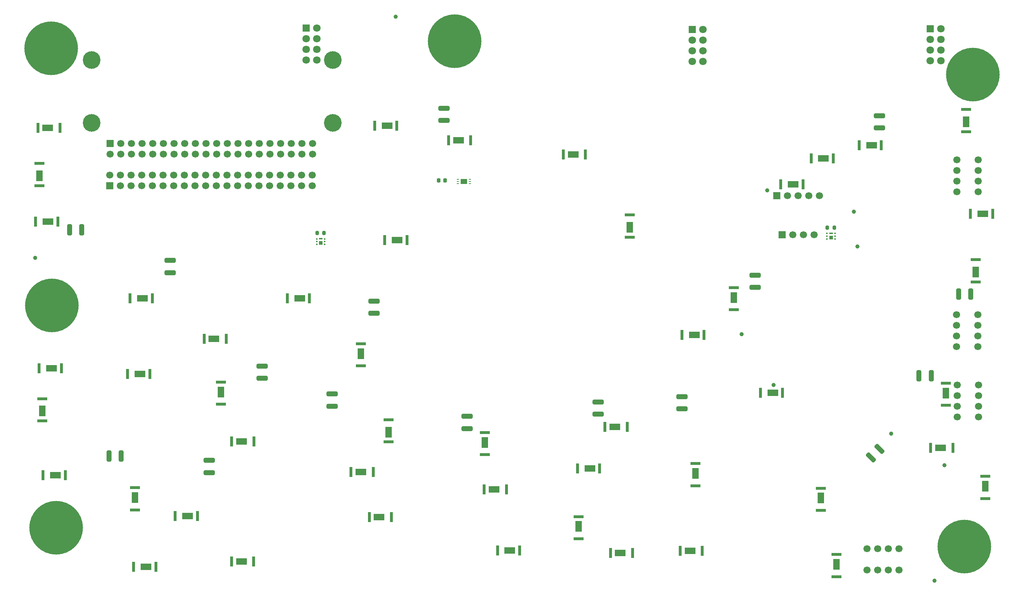
<source format=gbr>
%TF.GenerationSoftware,KiCad,Pcbnew,9.0.2*%
%TF.CreationDate,2025-09-02T22:06:00-05:00*%
%TF.ProjectId,MothBox,4d6f7468-426f-4782-9e6b-696361645f70,5.0.1*%
%TF.SameCoordinates,Original*%
%TF.FileFunction,Soldermask,Top*%
%TF.FilePolarity,Negative*%
%FSLAX46Y46*%
G04 Gerber Fmt 4.6, Leading zero omitted, Abs format (unit mm)*
G04 Created by KiCad (PCBNEW 9.0.2) date 2025-09-02 22:06:00*
%MOMM*%
%LPD*%
G01*
G04 APERTURE LIST*
G04 Aperture macros list*
%AMRoundRect*
0 Rectangle with rounded corners*
0 $1 Rounding radius*
0 $2 $3 $4 $5 $6 $7 $8 $9 X,Y pos of 4 corners*
0 Add a 4 corners polygon primitive as box body*
4,1,4,$2,$3,$4,$5,$6,$7,$8,$9,$2,$3,0*
0 Add four circle primitives for the rounded corners*
1,1,$1+$1,$2,$3*
1,1,$1+$1,$4,$5*
1,1,$1+$1,$6,$7*
1,1,$1+$1,$8,$9*
0 Add four rect primitives between the rounded corners*
20,1,$1+$1,$2,$3,$4,$5,0*
20,1,$1+$1,$4,$5,$6,$7,0*
20,1,$1+$1,$6,$7,$8,$9,0*
20,1,$1+$1,$8,$9,$2,$3,0*%
G04 Aperture macros list end*
%ADD10R,0.510000X0.280000*%
%ADD11R,1.500000X1.200000*%
%ADD12RoundRect,0.225000X-0.225000X-0.250000X0.225000X-0.250000X0.225000X0.250000X-0.225000X0.250000X0*%
%ADD13R,2.630000X1.520000*%
%ADD14R,0.800000X2.400000*%
%ADD15C,1.800000*%
%ADD16R,1.800000X1.780000*%
%ADD17RoundRect,0.250000X-1.075000X0.312500X-1.075000X-0.312500X1.075000X-0.312500X1.075000X0.312500X0*%
%ADD18R,1.700000X1.700000*%
%ADD19C,1.700000*%
%ADD20R,2.400000X0.800000*%
%ADD21R,1.520000X2.630000*%
%ADD22C,1.000000*%
%ADD23RoundRect,0.250000X-0.539169X0.981111X-0.981111X0.539169X0.539169X-0.981111X0.981111X-0.539169X0*%
%ADD24R,0.450000X0.400000*%
%ADD25R,0.910000X0.400000*%
%ADD26R,0.910000X0.810000*%
%ADD27C,12.800000*%
%ADD28RoundRect,0.250000X-0.312500X-1.075000X0.312500X-1.075000X0.312500X1.075000X-0.312500X1.075000X0*%
%ADD29RoundRect,0.250000X0.312500X1.075000X-0.312500X1.075000X-0.312500X-1.075000X0.312500X-1.075000X0*%
%ADD30RoundRect,0.250000X1.075000X-0.312500X1.075000X0.312500X-1.075000X0.312500X-1.075000X-0.312500X0*%
%ADD31RoundRect,0.200000X0.200000X0.275000X-0.200000X0.275000X-0.200000X-0.275000X0.200000X-0.275000X0*%
%ADD32C,4.204000*%
G04 APERTURE END LIST*
D10*
%TO.C,U17*%
X32270000Y-4715671D03*
X32270000Y-5215671D03*
X32270000Y-5715671D03*
X35130000Y-5715671D03*
X35130000Y-5215671D03*
X35130000Y-4715671D03*
D11*
X33700000Y-5215671D03*
%TD*%
D12*
%TO.C,C13*%
X27675000Y-4965671D03*
X29225000Y-4965671D03*
%TD*%
D13*
%TO.C,LED47*%
X-19300000Y-67215671D03*
D14*
X-21640000Y-67215671D03*
X-16360000Y-67215671D03*
%TD*%
D15*
%TO.C,H10*%
X90652741Y23341259D03*
X88112741Y23341259D03*
X90652741Y25881259D03*
X88112741Y25881259D03*
X90652741Y28421259D03*
X88112741Y28421259D03*
X90652741Y30961259D03*
D16*
X88112741Y30961259D03*
%TD*%
D15*
%TO.C,H9*%
X-1328653Y23708822D03*
X-3868653Y23708822D03*
X-1328653Y26248822D03*
X-3868653Y26248822D03*
X-1328653Y28788822D03*
X-3868653Y28788822D03*
X-1328653Y31328822D03*
D16*
X-3868653Y31328822D03*
%TD*%
%TO.C,H8*%
X144905704Y31194664D03*
D15*
X147445704Y31194664D03*
X144905704Y28654664D03*
X147445704Y28654664D03*
X144905704Y26114664D03*
X147445704Y26114664D03*
X144905704Y23574664D03*
X147445704Y23574664D03*
%TD*%
D17*
%TO.C,R15*%
X-14400000Y-49253171D03*
X-14400000Y-52178171D03*
%TD*%
D14*
%TO.C,LED13*%
X12450000Y8084329D03*
X17730000Y8084329D03*
D13*
X15390000Y8084329D03*
%TD*%
D17*
%TO.C,R17*%
X-26959493Y-71736149D03*
X-26959493Y-74661149D03*
%TD*%
%TO.C,R22*%
X132811406Y10431357D03*
X132811406Y7506357D03*
%TD*%
%TO.C,R13*%
X34447683Y-61223559D03*
X34447683Y-64148559D03*
%TD*%
D18*
%TO.C,U5*%
X-50718039Y-6264401D03*
D19*
X-50718039Y-3724401D03*
X-48178039Y-6264401D03*
X-48178039Y-3724401D03*
X-45638040Y-6264401D03*
X-45638039Y-3724401D03*
X-43098039Y-6264401D03*
X-43098039Y-3724401D03*
X-40558039Y-6264401D03*
X-40558039Y-3724401D03*
X-38018039Y-6264401D03*
X-38018039Y-3724401D03*
X-35478039Y-6264401D03*
X-35478039Y-3724401D03*
X-32938038Y-6264401D03*
X-32938039Y-3724401D03*
X-30398039Y-6264401D03*
X-30398039Y-3724401D03*
X-27858039Y-6264401D03*
X-27858039Y-3724401D03*
X-25318039Y-6264401D03*
X-25318039Y-3724401D03*
X-22778040Y-6264401D03*
X-22778039Y-3724401D03*
X-20238039Y-6264401D03*
X-20238039Y-3724401D03*
X-17698039Y-6264401D03*
X-17698039Y-3724401D03*
X-15158039Y-6264401D03*
X-15158039Y-3724401D03*
X-12618040Y-6264401D03*
X-12618039Y-3724401D03*
X-10078038Y-6264401D03*
X-10078039Y-3724401D03*
X-7538039Y-6264401D03*
X-7538039Y-3724401D03*
X-4998039Y-6264401D03*
X-4998039Y-3724401D03*
X-2458039Y-6264401D03*
X-2458039Y-3724401D03*
%TD*%
D20*
%TO.C,LED9*%
X73242490Y-13236671D03*
X73242490Y-18516671D03*
D21*
X73242490Y-16176671D03*
%TD*%
D14*
%TO.C,LED44*%
X12109473Y-74456061D03*
X6829473Y-74456061D03*
D13*
X9169473Y-74456061D03*
%TD*%
D20*
%TO.C,LED23*%
X-67425310Y-938859D03*
X-67425310Y-6218859D03*
D21*
X-67425310Y-3878859D03*
%TD*%
D14*
%TO.C,LED37*%
X72640000Y-63715671D03*
X67360000Y-63715671D03*
D13*
X69700000Y-63715671D03*
%TD*%
D22*
%TO.C,TP9*%
X-68464146Y-23412198D03*
%TD*%
D14*
%TO.C,LED12*%
X109247713Y-5905671D03*
X114527713Y-5905671D03*
D13*
X112187713Y-5905671D03*
%TD*%
D14*
%TO.C,LED35*%
X73940000Y-93765671D03*
X68660000Y-93765671D03*
D13*
X71000000Y-93765671D03*
%TD*%
D20*
%TO.C,LED40*%
X38699426Y-70371916D03*
X38699426Y-65091916D03*
D21*
X38699426Y-67431916D03*
%TD*%
D23*
%TO.C,R8*%
X132800197Y-68975955D03*
X130731909Y-71044243D03*
%TD*%
D20*
%TO.C,LED28*%
X148634174Y-58598209D03*
X148634174Y-53318209D03*
D21*
X148634174Y-55658209D03*
%TD*%
D24*
%TO.C,Q3*%
X536067Y-20246984D03*
X536067Y-19586985D03*
X536067Y-18936984D03*
X-1363933Y-18936984D03*
X-1363933Y-19586985D03*
X-1363933Y-20246984D03*
D25*
X-413933Y-18886983D03*
D26*
X-413933Y-19916983D03*
%TD*%
D27*
%TO.C,H3*%
X31500000Y28234329D03*
%TD*%
D20*
%TO.C,LED33*%
X122550000Y-99455671D03*
X122550000Y-94175671D03*
D21*
X122550000Y-96515671D03*
%TD*%
D14*
%TO.C,LED41*%
X43835741Y-78681944D03*
X38555741Y-78681944D03*
D13*
X40895741Y-78681944D03*
%TD*%
D14*
%TO.C,LED22*%
X-68369860Y-14799765D03*
X-63089860Y-14799765D03*
D13*
X-65429860Y-14799765D03*
%TD*%
D14*
%TO.C,LED42*%
X41731449Y-93184907D03*
X47011449Y-93184907D03*
D13*
X44671449Y-93184907D03*
%TD*%
D17*
%TO.C,R23*%
X28986295Y12215960D03*
X28986295Y9290960D03*
%TD*%
D22*
%TO.C,TP4*%
X106050000Y-7315671D03*
%TD*%
D27*
%TO.C,H6*%
X-63500000Y-87765671D03*
%TD*%
D14*
%TO.C,LED21*%
X-46440351Y-51158000D03*
X-41160351Y-51158000D03*
D13*
X-43500351Y-51158000D03*
%TD*%
D14*
%TO.C,LED38*%
X60810000Y-73615671D03*
X66090000Y-73615671D03*
D13*
X63750000Y-73615671D03*
%TD*%
D14*
%TO.C,LED20*%
X-22935337Y-42765671D03*
X-28215337Y-42765671D03*
D13*
X-25875337Y-42765671D03*
%TD*%
D14*
%TO.C,LED16*%
X-66590000Y-75215671D03*
X-61310000Y-75215671D03*
D13*
X-63650000Y-75215671D03*
%TD*%
D28*
%TO.C,R16*%
X151647691Y-32099585D03*
X154572691Y-32099585D03*
%TD*%
D29*
%TO.C,R24*%
X-47962469Y-70671321D03*
X-50887469Y-70671321D03*
%TD*%
D20*
%TO.C,LED7*%
X98039159Y-35828882D03*
X98039159Y-30548882D03*
D21*
X98039159Y-32888882D03*
%TD*%
D24*
%TO.C,Q7*%
X122171089Y-18949701D03*
X122171089Y-18289702D03*
X122171089Y-17639701D03*
X120271089Y-17639701D03*
X120271089Y-18289702D03*
X120271089Y-18949701D03*
D25*
X121221089Y-17589700D03*
D26*
X121221089Y-18619700D03*
%TD*%
D14*
%TO.C,LED2*%
X-35093438Y-84977207D03*
X-29813438Y-84977207D03*
D13*
X-32153438Y-84977207D03*
%TD*%
D30*
%TO.C,R18*%
X12306939Y-36658439D03*
X12306939Y-33733439D03*
%TD*%
D20*
%TO.C,LED34*%
X88938753Y-77771126D03*
X88938753Y-72491126D03*
D21*
X88938753Y-74831126D03*
%TD*%
D22*
%TO.C,TP6*%
X127553023Y-20717506D03*
%TD*%
D14*
%TO.C,LED15*%
X62690000Y1184329D03*
X57410000Y1184329D03*
D13*
X59750000Y1184329D03*
%TD*%
D14*
%TO.C,LED8*%
X85704781Y-41841748D03*
X90984781Y-41841748D03*
D13*
X88644781Y-41841748D03*
%TD*%
D20*
%TO.C,LED25*%
X155719221Y-23880031D03*
X155719221Y-29160031D03*
D21*
X155719221Y-26820031D03*
%TD*%
D31*
%TO.C,R9*%
X122016548Y-16253781D03*
X120366548Y-16253781D03*
%TD*%
D14*
%TO.C,LED18*%
X-67526846Y-49755903D03*
X-62246846Y-49755903D03*
D13*
X-64586846Y-49755903D03*
%TD*%
D14*
%TO.C,LED10*%
X127957945Y3388614D03*
X133237945Y3388614D03*
D13*
X130897945Y3388614D03*
%TD*%
D14*
%TO.C,LED36*%
X90555019Y-93254749D03*
X85275019Y-93254749D03*
D13*
X87615019Y-93254749D03*
%TD*%
D20*
%TO.C,LED1*%
X-44683288Y-83525346D03*
X-44683288Y-78245346D03*
D21*
X-44683288Y-80585346D03*
%TD*%
D20*
%TO.C,LED30*%
X157966000Y-80810685D03*
X157966000Y-75530685D03*
D21*
X157966000Y-77870685D03*
%TD*%
D20*
%TO.C,LED46*%
X-24166936Y-58346855D03*
X-24166936Y-53066855D03*
D21*
X-24166936Y-55406855D03*
%TD*%
D27*
%TO.C,H7*%
X153000000Y-92265671D03*
%TD*%
D20*
%TO.C,LED39*%
X61020936Y-90405839D03*
X61020936Y-85125839D03*
D21*
X61020936Y-87465839D03*
%TD*%
D22*
%TO.C,TP3*%
X126650000Y-12465671D03*
%TD*%
D20*
%TO.C,LED27*%
X153445299Y11925205D03*
X153445299Y6645205D03*
D21*
X153445299Y8985205D03*
%TD*%
D14*
%TO.C,LED31*%
X104410000Y-55615671D03*
X109690000Y-55615671D03*
D13*
X107350000Y-55615671D03*
%TD*%
D17*
%TO.C,R10*%
X85687219Y-56519038D03*
X85687219Y-59444038D03*
%TD*%
D20*
%TO.C,LED32*%
X118800000Y-83655671D03*
X118800000Y-78375671D03*
D21*
X118800000Y-80715671D03*
%TD*%
D27*
%TO.C,H4*%
X-64650000Y26484329D03*
%TD*%
D14*
%TO.C,LED48*%
X-16372528Y-95817392D03*
X-21652528Y-95817392D03*
D13*
X-19312528Y-95817392D03*
%TD*%
D22*
%TO.C,TP2*%
X148255896Y-72855265D03*
%TD*%
D14*
%TO.C,LED6*%
X-8367174Y-33073045D03*
X-3087174Y-33073045D03*
D13*
X-5427174Y-33073045D03*
%TD*%
D27*
%TO.C,H5*%
X-64500000Y-34765671D03*
%TD*%
D17*
%TO.C,R14*%
X2324249Y-55908521D03*
X2324249Y-58833521D03*
%TD*%
D22*
%TO.C,TP8*%
X17493355Y34028628D03*
%TD*%
D14*
%TO.C,LED3*%
X-44990000Y-97115671D03*
X-39710000Y-97115671D03*
D13*
X-42050000Y-97115671D03*
%TD*%
D14*
%TO.C,LED4*%
X14868399Y-19188658D03*
X20148399Y-19188658D03*
D13*
X17808399Y-19188658D03*
%TD*%
D29*
%TO.C,R26*%
X-57353808Y-16741259D03*
X-60278808Y-16741259D03*
%TD*%
D20*
%TO.C,LED45*%
X15734975Y-62060518D03*
X15734975Y-67340518D03*
D21*
X15734975Y-65000518D03*
%TD*%
D20*
%TO.C,LED5*%
X9130274Y-49205671D03*
X9130274Y-43925671D03*
D21*
X9130274Y-46265671D03*
%TD*%
D17*
%TO.C,R12*%
X65742215Y-57790372D03*
X65742215Y-60715372D03*
%TD*%
%TO.C,R25*%
X-36270875Y-24050671D03*
X-36270875Y-26975671D03*
%TD*%
D14*
%TO.C,LED14*%
X35347473Y4570310D03*
X30067473Y4570310D03*
D13*
X32407473Y4570310D03*
%TD*%
D22*
%TO.C,TP7*%
X99936231Y-41660628D03*
%TD*%
D21*
%TO.C,LED17*%
X-66750000Y-59965671D03*
D20*
X-66750000Y-62305671D03*
X-66750000Y-57025671D03*
%TD*%
D27*
%TO.C,H2*%
X155000000Y20234329D03*
%TD*%
D14*
%TO.C,LED11*%
X116495133Y304470D03*
X121775133Y304470D03*
D13*
X119435133Y304470D03*
%TD*%
D22*
%TO.C,TP10*%
X145900974Y-100408922D03*
%TD*%
D28*
%TO.C,R7*%
X142192935Y-51517909D03*
X145117935Y-51517909D03*
%TD*%
D22*
%TO.C,TP5*%
X135601460Y-65346231D03*
%TD*%
D31*
%TO.C,R11*%
X394753Y-17482047D03*
X-1255247Y-17482047D03*
%TD*%
D14*
%TO.C,LED29*%
X150280000Y-68765671D03*
X145000000Y-68765671D03*
D13*
X147340000Y-68765671D03*
%TD*%
D14*
%TO.C,LED43*%
X16442707Y-85217654D03*
X11162707Y-85217654D03*
D13*
X13502707Y-85217654D03*
%TD*%
D14*
%TO.C,LED24*%
X-62540457Y7527421D03*
X-67820457Y7527421D03*
D13*
X-65480457Y7527421D03*
%TD*%
D17*
%TO.C,R20*%
X103135446Y-27584293D03*
X103135446Y-30509293D03*
%TD*%
D14*
%TO.C,LED26*%
X154481087Y-12940597D03*
X159761087Y-12940597D03*
D13*
X157421087Y-12940597D03*
%TD*%
D14*
%TO.C,LED19*%
X-45843540Y-33087825D03*
X-40563540Y-33087825D03*
D13*
X-42903540Y-33087825D03*
%TD*%
D19*
%TO.C,J4*%
X156346928Y-87434D03*
X151266928Y-87434D03*
X156346928Y-2627434D03*
X151266928Y-2627434D03*
X156346928Y-5167434D03*
X151266928Y-5167434D03*
X156346928Y-7707434D03*
X151266928Y-7707434D03*
%TD*%
D18*
%TO.C,U7*%
X-50630000Y3786829D03*
D19*
X-50630000Y1246829D03*
X-48090000Y3786829D03*
X-48090000Y1246829D03*
X-45550000Y3786829D03*
X-45550000Y1246829D03*
X-43010000Y3786829D03*
X-43010000Y1246829D03*
X-40470000Y3786829D03*
X-40470000Y1246829D03*
X-37930000Y3786829D03*
X-37930000Y1246829D03*
X-35390000Y3786829D03*
X-35390000Y1246829D03*
X-32850000Y3786829D03*
X-32850000Y1246829D03*
X-30310000Y3786829D03*
X-30310000Y1246829D03*
X-27770000Y3786829D03*
X-27770000Y1246829D03*
X-25230000Y3786829D03*
X-25230000Y1246829D03*
X-22690000Y3786829D03*
X-22690000Y1246829D03*
X-20150000Y3786829D03*
X-20150000Y1246829D03*
X-17610000Y3786829D03*
X-17610000Y1246829D03*
X-15070000Y3786829D03*
X-15070000Y1246829D03*
X-12530000Y3786829D03*
X-12530000Y1246829D03*
X-9990000Y3786829D03*
X-9990000Y1246829D03*
X-7450000Y3786829D03*
X-7450000Y1246829D03*
X-4910000Y3786829D03*
X-4910000Y1246829D03*
X-2370000Y3786829D03*
X-2370000Y1246829D03*
%TD*%
%TO.C,J3*%
X156365063Y-53772549D03*
X151285063Y-53772549D03*
X156365063Y-56312549D03*
X151285063Y-56312549D03*
X156365063Y-58852549D03*
X151285063Y-58852549D03*
X156365063Y-61392549D03*
X151285063Y-61392549D03*
%TD*%
%TO.C,U8*%
X118449183Y-8635751D03*
X115909183Y-8635751D03*
X113369183Y-8635751D03*
X110829183Y-8635751D03*
D18*
X108289183Y-8635751D03*
%TD*%
D19*
%TO.C,J2*%
X137399926Y-97842457D03*
X137399926Y-92762457D03*
X134859926Y-97842457D03*
X134859926Y-92762457D03*
X132319926Y-97842457D03*
X132319926Y-92762457D03*
X129779926Y-97842457D03*
X129779926Y-92762457D03*
%TD*%
D32*
%TO.C,U6*%
X-55000000Y8734329D03*
X2500000Y8734329D03*
X-55000000Y23734329D03*
X2500000Y23734329D03*
%TD*%
D19*
%TO.C,J1*%
X156199512Y-37008831D03*
X151119512Y-37008831D03*
X156199512Y-39548831D03*
X151119512Y-39548831D03*
X156199512Y-42088831D03*
X151119512Y-42088831D03*
X156199512Y-44628831D03*
X151119512Y-44628831D03*
%TD*%
%TO.C,H1*%
X117180000Y-17915671D03*
X114639999Y-17915671D03*
X112100000Y-17915671D03*
D18*
X109560000Y-17915671D03*
%TD*%
D22*
%TO.C,TP1*%
X107553901Y-53721293D03*
%TD*%
M02*

</source>
